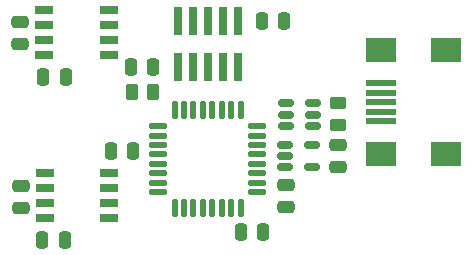
<source format=gbr>
%TF.GenerationSoftware,KiCad,Pcbnew,8.0.6*%
%TF.CreationDate,2025-02-16T10:37:52+01:00*%
%TF.ProjectId,USBTempLogger,55534254-656d-4704-9c6f-676765722e6b,rev?*%
%TF.SameCoordinates,Original*%
%TF.FileFunction,Paste,Top*%
%TF.FilePolarity,Positive*%
%FSLAX46Y46*%
G04 Gerber Fmt 4.6, Leading zero omitted, Abs format (unit mm)*
G04 Created by KiCad (PCBNEW 8.0.6) date 2025-02-16 10:37:52*
%MOMM*%
%LPD*%
G01*
G04 APERTURE LIST*
G04 Aperture macros list*
%AMRoundRect*
0 Rectangle with rounded corners*
0 $1 Rounding radius*
0 $2 $3 $4 $5 $6 $7 $8 $9 X,Y pos of 4 corners*
0 Add a 4 corners polygon primitive as box body*
4,1,4,$2,$3,$4,$5,$6,$7,$8,$9,$2,$3,0*
0 Add four circle primitives for the rounded corners*
1,1,$1+$1,$2,$3*
1,1,$1+$1,$4,$5*
1,1,$1+$1,$6,$7*
1,1,$1+$1,$8,$9*
0 Add four rect primitives between the rounded corners*
20,1,$1+$1,$2,$3,$4,$5,0*
20,1,$1+$1,$4,$5,$6,$7,0*
20,1,$1+$1,$6,$7,$8,$9,0*
20,1,$1+$1,$8,$9,$2,$3,0*%
G04 Aperture macros list end*
%ADD10RoundRect,0.250000X-0.250000X-0.475000X0.250000X-0.475000X0.250000X0.475000X-0.250000X0.475000X0*%
%ADD11R,2.500000X0.500000*%
%ADD12R,2.500000X2.000000*%
%ADD13R,1.525000X0.650000*%
%ADD14RoundRect,0.250000X-0.475000X0.250000X-0.475000X-0.250000X0.475000X-0.250000X0.475000X0.250000X0*%
%ADD15RoundRect,0.250000X0.450000X-0.262500X0.450000X0.262500X-0.450000X0.262500X-0.450000X-0.262500X0*%
%ADD16R,0.740000X2.400000*%
%ADD17RoundRect,0.250000X0.250000X0.475000X-0.250000X0.475000X-0.250000X-0.475000X0.250000X-0.475000X0*%
%ADD18RoundRect,0.150000X-0.512500X-0.150000X0.512500X-0.150000X0.512500X0.150000X-0.512500X0.150000X0*%
%ADD19RoundRect,0.125000X-0.625000X-0.125000X0.625000X-0.125000X0.625000X0.125000X-0.625000X0.125000X0*%
%ADD20RoundRect,0.125000X-0.125000X-0.625000X0.125000X-0.625000X0.125000X0.625000X-0.125000X0.625000X0*%
%ADD21RoundRect,0.250000X0.262500X0.450000X-0.262500X0.450000X-0.262500X-0.450000X0.262500X-0.450000X0*%
G04 APERTURE END LIST*
D10*
%TO.C,C4*%
X165200000Y-88000000D03*
X167100000Y-88000000D03*
%TD*%
%TO.C,C9*%
X146700000Y-92800000D03*
X148600000Y-92800000D03*
%TD*%
D11*
%TO.C,J3*%
X175300000Y-96500000D03*
X175300000Y-95700000D03*
X175300000Y-94900000D03*
X175300000Y-94100000D03*
X175300000Y-93300000D03*
D12*
X175300000Y-99300000D03*
X180800000Y-99300000D03*
X175300000Y-90500000D03*
X180800000Y-90500000D03*
%TD*%
D13*
%TO.C,IC2*%
X146800000Y-100860000D03*
X146800000Y-102130000D03*
X146800000Y-103400000D03*
X146800000Y-104670000D03*
X152224000Y-104670000D03*
X152224000Y-103400000D03*
X152224000Y-102130000D03*
X152224000Y-100860000D03*
%TD*%
D14*
%TO.C,C10*%
X144800000Y-102000000D03*
X144800000Y-103900000D03*
%TD*%
D15*
%TO.C,R2*%
X171625000Y-96825000D03*
X171625000Y-95000000D03*
%TD*%
D16*
%TO.C,J2*%
X158060000Y-91900000D03*
X158060000Y-88000000D03*
X159330000Y-91900000D03*
X159330000Y-88000000D03*
X160600000Y-91900000D03*
X160600000Y-88000000D03*
X161870000Y-91900000D03*
X161870000Y-88000000D03*
X163140000Y-91900000D03*
X163140000Y-88000000D03*
%TD*%
D17*
%TO.C,C3*%
X154300000Y-99000000D03*
X152400000Y-99000000D03*
%TD*%
D10*
%TO.C,C8*%
X146600000Y-106600000D03*
X148500000Y-106600000D03*
%TD*%
D14*
%TO.C,C7*%
X167200000Y-101900000D03*
X167200000Y-103800000D03*
%TD*%
D17*
%TO.C,C6*%
X156000000Y-91900000D03*
X154100000Y-91900000D03*
%TD*%
D13*
%TO.C,IC1*%
X146788000Y-87095000D03*
X146788000Y-88365000D03*
X146788000Y-89635000D03*
X146788000Y-90905000D03*
X152212000Y-90905000D03*
X152212000Y-89635000D03*
X152212000Y-88365000D03*
X152212000Y-87095000D03*
%TD*%
D18*
%TO.C,U2*%
X167250000Y-95000000D03*
X167250000Y-95950000D03*
X167250000Y-96900000D03*
X169525000Y-96900000D03*
X169525000Y-95950000D03*
X169525000Y-95000000D03*
%TD*%
D17*
%TO.C,C2*%
X165300000Y-105900000D03*
X163400000Y-105900000D03*
%TD*%
D19*
%TO.C,U1*%
X156425000Y-96925000D03*
X156425000Y-97725000D03*
X156425000Y-98525000D03*
X156425000Y-99325000D03*
X156425000Y-100125000D03*
X156425000Y-100925000D03*
X156425000Y-101725000D03*
X156425000Y-102525000D03*
D20*
X157800000Y-103900000D03*
X158600000Y-103900000D03*
X159400000Y-103900000D03*
X160200000Y-103900000D03*
X161000000Y-103900000D03*
X161800000Y-103900000D03*
X162600000Y-103900000D03*
X163400000Y-103900000D03*
D19*
X164775000Y-102525000D03*
X164775000Y-101725000D03*
X164775000Y-100925000D03*
X164775000Y-100125000D03*
X164775000Y-99325000D03*
X164775000Y-98525000D03*
X164775000Y-97725000D03*
X164775000Y-96925000D03*
D20*
X163400000Y-95550000D03*
X162600000Y-95550000D03*
X161800000Y-95550000D03*
X161000000Y-95550000D03*
X160200000Y-95550000D03*
X159400000Y-95550000D03*
X158600000Y-95550000D03*
X157800000Y-95550000D03*
%TD*%
D18*
%TO.C,U3*%
X167150000Y-98500000D03*
X167150000Y-99450000D03*
X167150000Y-100400000D03*
X169425000Y-100400000D03*
X169425000Y-98500000D03*
%TD*%
D21*
%TO.C,R1*%
X156000000Y-94000000D03*
X154175000Y-94000000D03*
%TD*%
D14*
%TO.C,C5*%
X171625000Y-98500000D03*
X171625000Y-100400000D03*
%TD*%
%TO.C,C1*%
X144700000Y-88100000D03*
X144700000Y-90000000D03*
%TD*%
M02*

</source>
